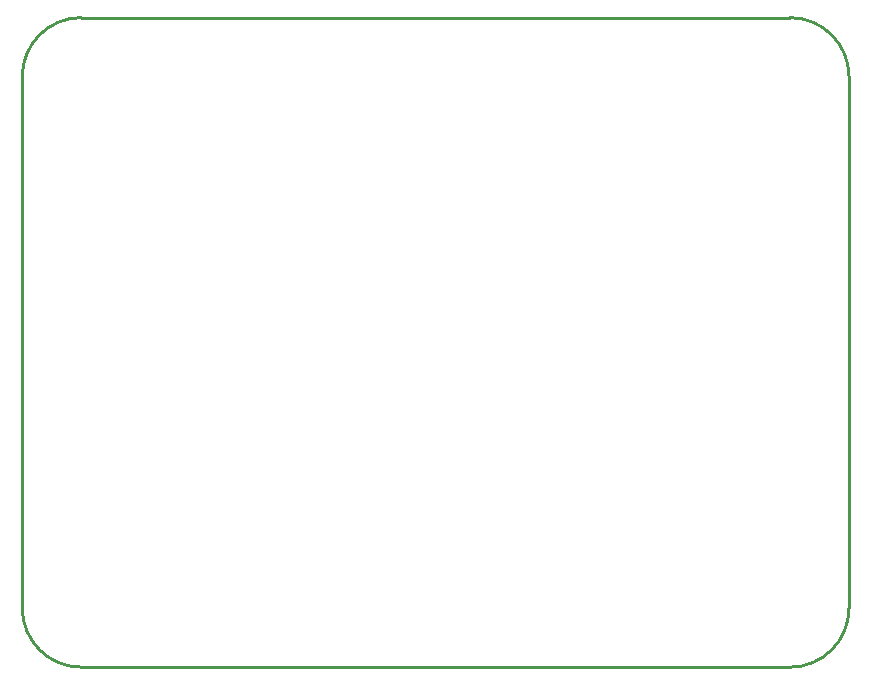
<source format=gm1>
G04*
G04 #@! TF.GenerationSoftware,Altium Limited,Altium Designer,24.3.1 (35)*
G04*
G04 Layer_Color=16711935*
%FSLAX44Y44*%
%MOMM*%
G71*
G04*
G04 #@! TF.SameCoordinates,322CD918-2172-4AA8-915D-2EDBC1309AB6*
G04*
G04*
G04 #@! TF.FilePolarity,Positive*
G04*
G01*
G75*
%ADD16C,0.2540*%
D16*
X0Y50000D02*
G03*
X50000Y0I50000J0D01*
G01*
X650000Y0D02*
G03*
X700000Y50000I0J50000D01*
G01*
X700000Y500000D02*
G03*
X650000Y550000I-50000J0D01*
G01*
X50000Y550000D02*
G03*
X0Y500000I0J-50000D01*
G01*
X50000Y0D02*
X650000D01*
X700000Y50000D02*
Y500000D01*
X50000Y550000D02*
X650000D01*
X0Y50000D02*
Y500000D01*
M02*

</source>
